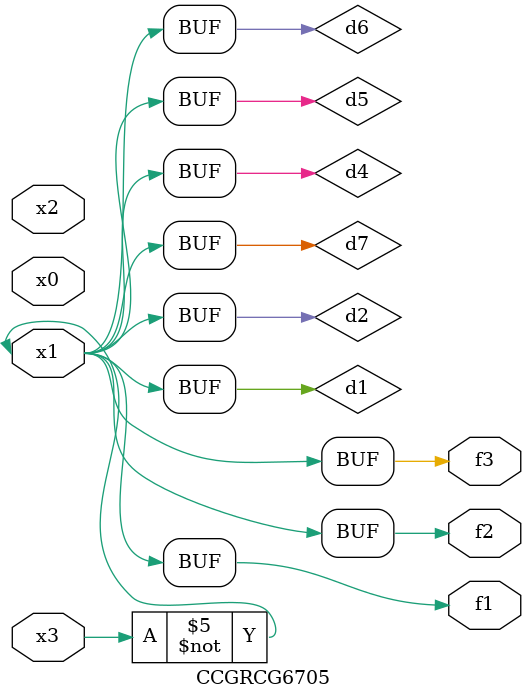
<source format=v>
module CCGRCG6705(
	input x0, x1, x2, x3,
	output f1, f2, f3
);

	wire d1, d2, d3, d4, d5, d6, d7;

	not (d1, x3);
	buf (d2, x1);
	xnor (d3, d1, d2);
	nor (d4, d1);
	buf (d5, d1, d2);
	buf (d6, d4, d5);
	nand (d7, d4);
	assign f1 = d6;
	assign f2 = d7;
	assign f3 = d6;
endmodule

</source>
